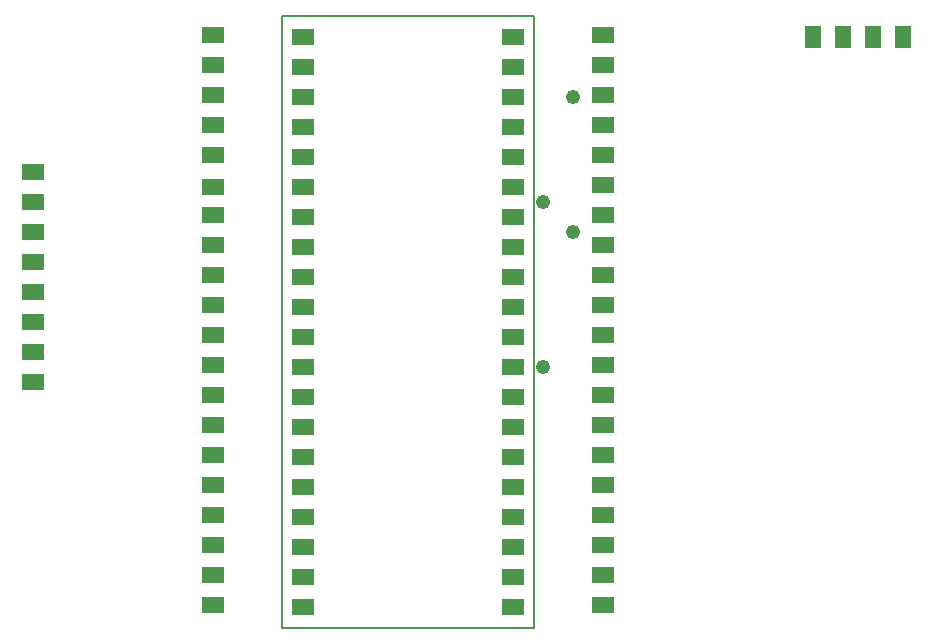
<source format=gbr>
G04 DesignSpark PCB Gerber Version 11.0 Build 5877*
%FSLAX35Y35*%
%MOIN*%
%ADD24R,0.05500X0.07500*%
%ADD10C,0.00500*%
%ADD22C,0.04800*%
%ADD23R,0.07500X0.05500*%
X0Y0D02*
D02*
D10*
X212250Y227250D02*
Y23250D01*
X128250D01*
Y227250D01*
X212250D01*
D02*
D22*
X215250Y110250D03*
Y165250D03*
X225250Y155250D03*
Y200250D03*
D02*
D23*
X45250Y105250D03*
Y115250D03*
Y125250D03*
Y135250D03*
Y145250D03*
Y155250D03*
Y165250D03*
Y175250D03*
X105250Y30750D03*
Y40750D03*
Y50750D03*
Y60750D03*
Y70750D03*
Y80750D03*
Y90750D03*
Y100750D03*
Y110750D03*
Y120750D03*
Y130750D03*
Y140750D03*
Y150750D03*
Y160750D03*
Y170250D03*
Y180750D03*
Y190750D03*
Y200750D03*
Y210750D03*
Y220750D03*
X135250Y30250D03*
Y40250D03*
Y50250D03*
Y60250D03*
Y70250D03*
Y80250D03*
Y90250D03*
Y100250D03*
Y110250D03*
Y120250D03*
Y130250D03*
Y140250D03*
Y150250D03*
Y160250D03*
Y170250D03*
Y180250D03*
Y190250D03*
Y200250D03*
Y210250D03*
Y220250D03*
X205250Y30250D03*
Y40250D03*
Y50250D03*
Y60250D03*
Y70250D03*
Y80250D03*
Y90250D03*
Y100250D03*
Y110250D03*
Y120250D03*
Y130250D03*
Y140250D03*
Y150250D03*
Y160250D03*
Y170250D03*
Y180250D03*
Y190250D03*
Y200250D03*
Y210250D03*
Y220250D03*
X235250Y30750D03*
Y40750D03*
Y50750D03*
Y60750D03*
Y70750D03*
Y80750D03*
Y90750D03*
Y100750D03*
Y110750D03*
Y120750D03*
Y130750D03*
Y140750D03*
Y150750D03*
Y160750D03*
Y170750D03*
Y180750D03*
Y190750D03*
Y200750D03*
Y210750D03*
Y220750D03*
D02*
D24*
X305250Y220250D03*
X315250D03*
X325250D03*
X335250D03*
X0Y0D02*
M02*

</source>
